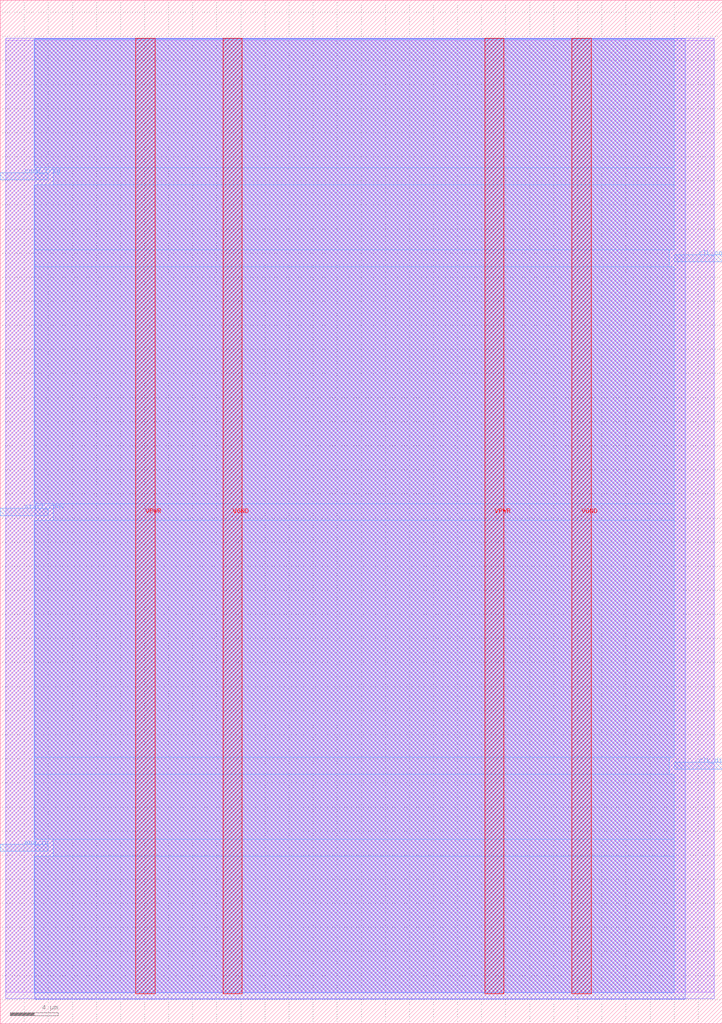
<source format=lef>
VERSION 5.7 ;
  NOWIREEXTENSIONATPIN ON ;
  DIVIDERCHAR "/" ;
  BUSBITCHARS "[]" ;
MACRO adc_clkgen_with_edgedetect
  CLASS BLOCK ;
  FOREIGN adc_clkgen_with_edgedetect ;
  ORIGIN 0.000 0.000 ;
  SIZE 60.000 BY 85.000 ;
  PIN VGND
    DIRECTION INOUT ;
    USE GROUND ;
    PORT
      LAYER met4 ;
        RECT 18.510 2.480 20.110 81.840 ;
    END
    PORT
      LAYER met4 ;
        RECT 47.510 2.480 49.110 81.840 ;
    END
  END VGND
  PIN VPWR
    DIRECTION INOUT ;
    USE POWER ;
    PORT
      LAYER met4 ;
        RECT 11.260 2.480 12.860 81.840 ;
    END
    PORT
      LAYER met4 ;
        RECT 40.260 2.480 41.860 81.840 ;
    END
  END VPWR
  PIN clk_comp
    DIRECTION OUTPUT TRISTATE ;
    USE SIGNAL ;
    PORT
      LAYER met3 ;
        RECT 56.000 63.280 60.000 63.880 ;
    END
  END clk_comp
  PIN clk_dig
    DIRECTION OUTPUT TRISTATE ;
    USE SIGNAL ;
    PORT
      LAYER met3 ;
        RECT 56.000 21.120 60.000 21.720 ;
    END
  END clk_dig
  PIN comp_trig
    DIRECTION INPUT ;
    USE SIGNAL ;
    PORT
      LAYER met3 ;
        RECT 0.000 70.080 4.000 70.680 ;
    END
  END comp_trig
  PIN ena_in
    DIRECTION INPUT ;
    USE SIGNAL ;
    PORT
      LAYER met3 ;
        RECT 0.000 14.320 4.000 14.920 ;
    END
  END ena_in
  PIN start_conv
    DIRECTION INPUT ;
    USE SIGNAL ;
    PORT
      LAYER met3 ;
        RECT 0.000 42.200 4.000 42.800 ;
    END
  END start_conv
  OBS
      LAYER li1 ;
        RECT 0.460 2.635 59.340 81.685 ;
      LAYER met1 ;
        RECT 0.460 2.080 59.340 81.840 ;
      LAYER met2 ;
        RECT 2.850 2.050 56.940 81.785 ;
      LAYER met3 ;
        RECT 2.825 71.080 56.000 81.765 ;
        RECT 4.400 69.680 56.000 71.080 ;
        RECT 2.825 64.280 56.000 69.680 ;
        RECT 2.825 62.880 55.600 64.280 ;
        RECT 2.825 43.200 56.000 62.880 ;
        RECT 4.400 41.800 56.000 43.200 ;
        RECT 2.825 22.120 56.000 41.800 ;
        RECT 2.825 20.720 55.600 22.120 ;
        RECT 2.825 15.320 56.000 20.720 ;
        RECT 4.400 13.920 56.000 15.320 ;
        RECT 2.825 2.555 56.000 13.920 ;
  END
END adc_clkgen_with_edgedetect
END LIBRARY


</source>
